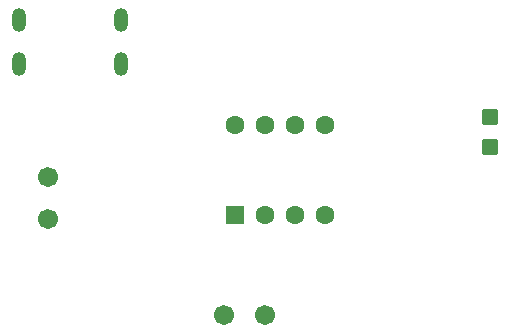
<source format=gbs>
G04 Layer: BottomSolderMaskLayer*
G04 EasyEDA Pro v2.2.43.4, 2025-11-30 18:38:01*
G04 Gerber Generator version 0.3*
G04 Scale: 100 percent, Rotated: No, Reflected: No*
G04 Dimensions in millimeters*
G04 Leading zeros omitted, absolute positions, 4 integers and 5 decimals*
G04 Generated by custom config*
%FSLAX45Y45*%
%MOMM*%
%AMRoundRect*1,1,$1,$2,$3*1,1,$1,$4,$5*1,1,$1,0-$2,0-$3*1,1,$1,0-$4,0-$5*20,1,$1,$2,$3,$4,$5,0*20,1,$1,$4,$5,0-$2,0-$3,0*20,1,$1,0-$2,0-$3,0-$4,0-$5,0*20,1,$1,0-$4,0-$5,$2,$3,0*4,1,4,$2,$3,$4,$5,0-$2,0-$3,0-$4,0-$5,$2,$3,0*%
%ADD10C,1.7016*%
%ADD11RoundRect,0.0943X-0.60944X-0.60944X-0.60944X0.60944*%
%ADD12RoundRect,0.09554X-0.75303X0.75303X0.75303X0.75303*%
%ADD13C,1.6016*%
%ADD14O,1.2016X2.0016*%
%ADD15C,0.8033*%
G75*


G04 Pad Start*
G54D10*
G01X2435596Y-3022603D03*
G01X2085584Y-3022603D03*
G54D11*
G01X4343400Y-1600200D03*
G01X4343400Y-1346200D03*
G54D12*
G01X2184400Y-2171700D03*
G54D13*
G01X2438400Y-2171700D03*
G01X2692400Y-2171700D03*
G01X2946400Y-2171700D03*
G01X2184400Y-1409700D03*
G01X2438400Y-1409700D03*
G01X2692400Y-1409700D03*
G01X2946400Y-1409700D03*
G54D14*
G01X355410Y-521398D03*
G01X1219391Y-521398D03*
G01X355410Y-901408D03*
G01X1219391Y-901408D03*
G54D10*
G01X596903Y-1857004D03*
G01X596903Y-2207016D03*
G04 Pad End*

M02*


</source>
